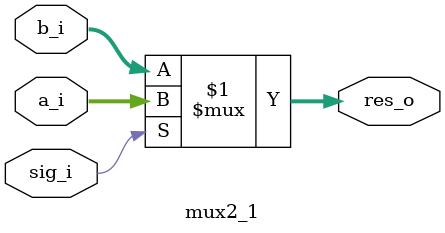
<source format=v>
module mux2_1 (
	input [7:0] a_i,		// Input A
	input [7:0] b_i,		// Input B
	input sig_i,			// 1 Bit Selector
	output [7:0] res_o);		// Output result
	
assign res_o = sig_i ? a_i : b_i;

endmodule
</source>
